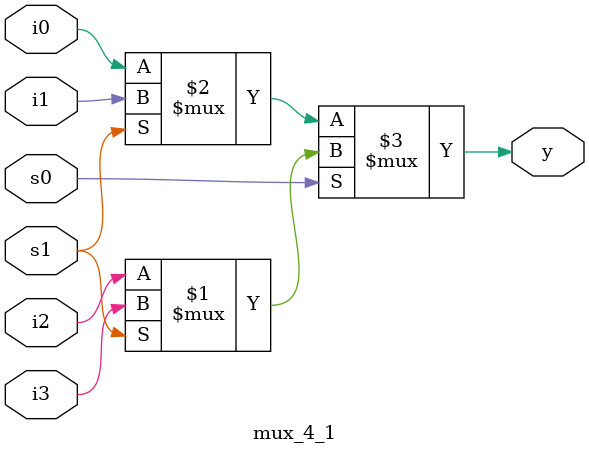
<source format=v>
module mux_4_1(
input s0,s1,
input i0,i1,i2,i3,
output y);
assign y=(s0?(s1?i3:i2):(s1?i1:i0));
endmodule

</source>
